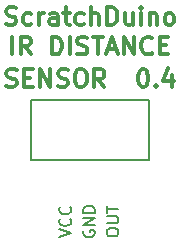
<source format=gbr>
G04 (created by PCBNEW (2013-may-18)-stable) date Вт 27 окт 2015 07:04:30*
%MOIN*%
G04 Gerber Fmt 3.4, Leading zero omitted, Abs format*
%FSLAX34Y34*%
G01*
G70*
G90*
G04 APERTURE LIST*
%ADD10C,0.00393701*%
%ADD11C,0.011811*%
%ADD12C,0.00590551*%
G04 APERTURE END LIST*
G54D10*
G54D11*
X8928Y-14412D02*
X8928Y-13821D01*
X9547Y-14412D02*
X9350Y-14131D01*
X9209Y-14412D02*
X9209Y-13821D01*
X9434Y-13821D01*
X9491Y-13849D01*
X9519Y-13877D01*
X9547Y-13934D01*
X9547Y-14018D01*
X9519Y-14074D01*
X9491Y-14102D01*
X9434Y-14131D01*
X9209Y-14131D01*
X10250Y-14412D02*
X10250Y-13821D01*
X10390Y-13821D01*
X10475Y-13849D01*
X10531Y-13906D01*
X10559Y-13962D01*
X10587Y-14074D01*
X10587Y-14159D01*
X10559Y-14271D01*
X10531Y-14327D01*
X10475Y-14384D01*
X10390Y-14412D01*
X10250Y-14412D01*
X10840Y-14412D02*
X10840Y-13821D01*
X11093Y-14384D02*
X11178Y-14412D01*
X11318Y-14412D01*
X11375Y-14384D01*
X11403Y-14356D01*
X11431Y-14299D01*
X11431Y-14243D01*
X11403Y-14187D01*
X11375Y-14159D01*
X11318Y-14131D01*
X11206Y-14102D01*
X11150Y-14074D01*
X11122Y-14046D01*
X11093Y-13990D01*
X11093Y-13934D01*
X11122Y-13877D01*
X11150Y-13849D01*
X11206Y-13821D01*
X11347Y-13821D01*
X11431Y-13849D01*
X11600Y-13821D02*
X11937Y-13821D01*
X11768Y-14412D02*
X11768Y-13821D01*
X12106Y-14243D02*
X12387Y-14243D01*
X12050Y-14412D02*
X12246Y-13821D01*
X12443Y-14412D01*
X12640Y-14412D02*
X12640Y-13821D01*
X12978Y-14412D01*
X12978Y-13821D01*
X13596Y-14356D02*
X13568Y-14384D01*
X13484Y-14412D01*
X13428Y-14412D01*
X13343Y-14384D01*
X13287Y-14327D01*
X13259Y-14271D01*
X13231Y-14159D01*
X13231Y-14074D01*
X13259Y-13962D01*
X13287Y-13906D01*
X13343Y-13849D01*
X13428Y-13821D01*
X13484Y-13821D01*
X13568Y-13849D01*
X13596Y-13877D01*
X13849Y-14102D02*
X14046Y-14102D01*
X14131Y-14412D02*
X13849Y-14412D01*
X13849Y-13821D01*
X14131Y-13821D01*
X8717Y-13399D02*
X8802Y-13428D01*
X8942Y-13428D01*
X8998Y-13399D01*
X9026Y-13371D01*
X9055Y-13315D01*
X9055Y-13259D01*
X9026Y-13203D01*
X8998Y-13174D01*
X8942Y-13146D01*
X8830Y-13118D01*
X8773Y-13090D01*
X8745Y-13062D01*
X8717Y-13006D01*
X8717Y-12949D01*
X8745Y-12893D01*
X8773Y-12865D01*
X8830Y-12837D01*
X8970Y-12837D01*
X9055Y-12865D01*
X9561Y-13399D02*
X9505Y-13428D01*
X9392Y-13428D01*
X9336Y-13399D01*
X9308Y-13371D01*
X9280Y-13315D01*
X9280Y-13146D01*
X9308Y-13090D01*
X9336Y-13062D01*
X9392Y-13034D01*
X9505Y-13034D01*
X9561Y-13062D01*
X9814Y-13428D02*
X9814Y-13034D01*
X9814Y-13146D02*
X9842Y-13090D01*
X9870Y-13062D01*
X9926Y-13034D01*
X9983Y-13034D01*
X10433Y-13428D02*
X10433Y-13118D01*
X10404Y-13062D01*
X10348Y-13034D01*
X10236Y-13034D01*
X10179Y-13062D01*
X10433Y-13399D02*
X10376Y-13428D01*
X10236Y-13428D01*
X10179Y-13399D01*
X10151Y-13343D01*
X10151Y-13287D01*
X10179Y-13231D01*
X10236Y-13203D01*
X10376Y-13203D01*
X10433Y-13174D01*
X10629Y-13034D02*
X10854Y-13034D01*
X10714Y-12837D02*
X10714Y-13343D01*
X10742Y-13399D01*
X10798Y-13428D01*
X10854Y-13428D01*
X11304Y-13399D02*
X11248Y-13428D01*
X11136Y-13428D01*
X11079Y-13399D01*
X11051Y-13371D01*
X11023Y-13315D01*
X11023Y-13146D01*
X11051Y-13090D01*
X11079Y-13062D01*
X11136Y-13034D01*
X11248Y-13034D01*
X11304Y-13062D01*
X11557Y-13428D02*
X11557Y-12837D01*
X11811Y-13428D02*
X11811Y-13118D01*
X11782Y-13062D01*
X11726Y-13034D01*
X11642Y-13034D01*
X11586Y-13062D01*
X11557Y-13090D01*
X12092Y-13428D02*
X12092Y-12837D01*
X12232Y-12837D01*
X12317Y-12865D01*
X12373Y-12921D01*
X12401Y-12978D01*
X12429Y-13090D01*
X12429Y-13174D01*
X12401Y-13287D01*
X12373Y-13343D01*
X12317Y-13399D01*
X12232Y-13428D01*
X12092Y-13428D01*
X12935Y-13034D02*
X12935Y-13428D01*
X12682Y-13034D02*
X12682Y-13343D01*
X12710Y-13399D01*
X12767Y-13428D01*
X12851Y-13428D01*
X12907Y-13399D01*
X12935Y-13371D01*
X13217Y-13428D02*
X13217Y-13034D01*
X13217Y-12837D02*
X13188Y-12865D01*
X13217Y-12893D01*
X13245Y-12865D01*
X13217Y-12837D01*
X13217Y-12893D01*
X13498Y-13034D02*
X13498Y-13428D01*
X13498Y-13090D02*
X13526Y-13062D01*
X13582Y-13034D01*
X13667Y-13034D01*
X13723Y-13062D01*
X13751Y-13118D01*
X13751Y-13428D01*
X14116Y-13428D02*
X14060Y-13399D01*
X14032Y-13371D01*
X14004Y-13315D01*
X14004Y-13146D01*
X14032Y-13090D01*
X14060Y-13062D01*
X14116Y-13034D01*
X14201Y-13034D01*
X14257Y-13062D01*
X14285Y-13090D01*
X14313Y-13146D01*
X14313Y-13315D01*
X14285Y-13371D01*
X14257Y-13399D01*
X14201Y-13428D01*
X14116Y-13428D01*
X8731Y-15466D02*
X8816Y-15494D01*
X8956Y-15494D01*
X9012Y-15466D01*
X9041Y-15438D01*
X9069Y-15382D01*
X9069Y-15326D01*
X9041Y-15269D01*
X9012Y-15241D01*
X8956Y-15213D01*
X8844Y-15185D01*
X8787Y-15157D01*
X8759Y-15129D01*
X8731Y-15073D01*
X8731Y-15016D01*
X8759Y-14960D01*
X8787Y-14932D01*
X8844Y-14904D01*
X8984Y-14904D01*
X9069Y-14932D01*
X9322Y-15185D02*
X9519Y-15185D01*
X9603Y-15494D02*
X9322Y-15494D01*
X9322Y-14904D01*
X9603Y-14904D01*
X9856Y-15494D02*
X9856Y-14904D01*
X10194Y-15494D01*
X10194Y-14904D01*
X10447Y-15466D02*
X10531Y-15494D01*
X10672Y-15494D01*
X10728Y-15466D01*
X10756Y-15438D01*
X10784Y-15382D01*
X10784Y-15326D01*
X10756Y-15269D01*
X10728Y-15241D01*
X10672Y-15213D01*
X10559Y-15185D01*
X10503Y-15157D01*
X10475Y-15129D01*
X10447Y-15073D01*
X10447Y-15016D01*
X10475Y-14960D01*
X10503Y-14932D01*
X10559Y-14904D01*
X10700Y-14904D01*
X10784Y-14932D01*
X11150Y-14904D02*
X11262Y-14904D01*
X11318Y-14932D01*
X11375Y-14988D01*
X11403Y-15101D01*
X11403Y-15298D01*
X11375Y-15410D01*
X11318Y-15466D01*
X11262Y-15494D01*
X11150Y-15494D01*
X11093Y-15466D01*
X11037Y-15410D01*
X11009Y-15298D01*
X11009Y-15101D01*
X11037Y-14988D01*
X11093Y-14932D01*
X11150Y-14904D01*
X11993Y-15494D02*
X11796Y-15213D01*
X11656Y-15494D02*
X11656Y-14904D01*
X11881Y-14904D01*
X11937Y-14932D01*
X11965Y-14960D01*
X11993Y-15016D01*
X11993Y-15101D01*
X11965Y-15157D01*
X11937Y-15185D01*
X11881Y-15213D01*
X11656Y-15213D01*
X13259Y-14904D02*
X13315Y-14904D01*
X13371Y-14932D01*
X13399Y-14960D01*
X13428Y-15016D01*
X13456Y-15129D01*
X13456Y-15269D01*
X13428Y-15382D01*
X13399Y-15438D01*
X13371Y-15466D01*
X13315Y-15494D01*
X13259Y-15494D01*
X13203Y-15466D01*
X13174Y-15438D01*
X13146Y-15382D01*
X13118Y-15269D01*
X13118Y-15129D01*
X13146Y-15016D01*
X13174Y-14960D01*
X13203Y-14932D01*
X13259Y-14904D01*
X13709Y-15438D02*
X13737Y-15466D01*
X13709Y-15494D01*
X13681Y-15466D01*
X13709Y-15438D01*
X13709Y-15494D01*
X14243Y-15101D02*
X14243Y-15494D01*
X14102Y-14876D02*
X13962Y-15298D01*
X14327Y-15298D01*
G54D12*
X9547Y-17913D02*
X9547Y-15944D01*
X9547Y-15944D02*
X13484Y-15944D01*
X13484Y-15944D02*
X13484Y-17913D01*
X13484Y-17913D02*
X11515Y-17913D01*
X11515Y-17913D02*
X9547Y-17913D01*
X10494Y-20505D02*
X10887Y-20374D01*
X10494Y-20242D01*
X10850Y-19886D02*
X10868Y-19905D01*
X10887Y-19961D01*
X10887Y-19999D01*
X10868Y-20055D01*
X10831Y-20092D01*
X10793Y-20111D01*
X10718Y-20130D01*
X10662Y-20130D01*
X10587Y-20111D01*
X10550Y-20092D01*
X10512Y-20055D01*
X10494Y-19999D01*
X10494Y-19961D01*
X10512Y-19905D01*
X10531Y-19886D01*
X10850Y-19492D02*
X10868Y-19511D01*
X10887Y-19567D01*
X10887Y-19605D01*
X10868Y-19661D01*
X10831Y-19699D01*
X10793Y-19717D01*
X10718Y-19736D01*
X10662Y-19736D01*
X10587Y-19717D01*
X10550Y-19699D01*
X10512Y-19661D01*
X10494Y-19605D01*
X10494Y-19567D01*
X10512Y-19511D01*
X10531Y-19492D01*
X11300Y-20280D02*
X11281Y-20317D01*
X11281Y-20374D01*
X11300Y-20430D01*
X11337Y-20467D01*
X11375Y-20486D01*
X11450Y-20505D01*
X11506Y-20505D01*
X11581Y-20486D01*
X11618Y-20467D01*
X11656Y-20430D01*
X11675Y-20374D01*
X11675Y-20336D01*
X11656Y-20280D01*
X11637Y-20261D01*
X11506Y-20261D01*
X11506Y-20336D01*
X11675Y-20092D02*
X11281Y-20092D01*
X11675Y-19867D01*
X11281Y-19867D01*
X11675Y-19680D02*
X11281Y-19680D01*
X11281Y-19586D01*
X11300Y-19530D01*
X11337Y-19492D01*
X11375Y-19474D01*
X11450Y-19455D01*
X11506Y-19455D01*
X11581Y-19474D01*
X11618Y-19492D01*
X11656Y-19530D01*
X11675Y-19586D01*
X11675Y-19680D01*
X12068Y-20374D02*
X12068Y-20299D01*
X12087Y-20261D01*
X12125Y-20224D01*
X12200Y-20205D01*
X12331Y-20205D01*
X12406Y-20224D01*
X12443Y-20261D01*
X12462Y-20299D01*
X12462Y-20374D01*
X12443Y-20411D01*
X12406Y-20449D01*
X12331Y-20467D01*
X12200Y-20467D01*
X12125Y-20449D01*
X12087Y-20411D01*
X12068Y-20374D01*
X12068Y-20036D02*
X12387Y-20036D01*
X12425Y-20017D01*
X12443Y-19999D01*
X12462Y-19961D01*
X12462Y-19886D01*
X12443Y-19849D01*
X12425Y-19830D01*
X12387Y-19811D01*
X12068Y-19811D01*
X12068Y-19680D02*
X12068Y-19455D01*
X12462Y-19567D02*
X12068Y-19567D01*
M02*

</source>
